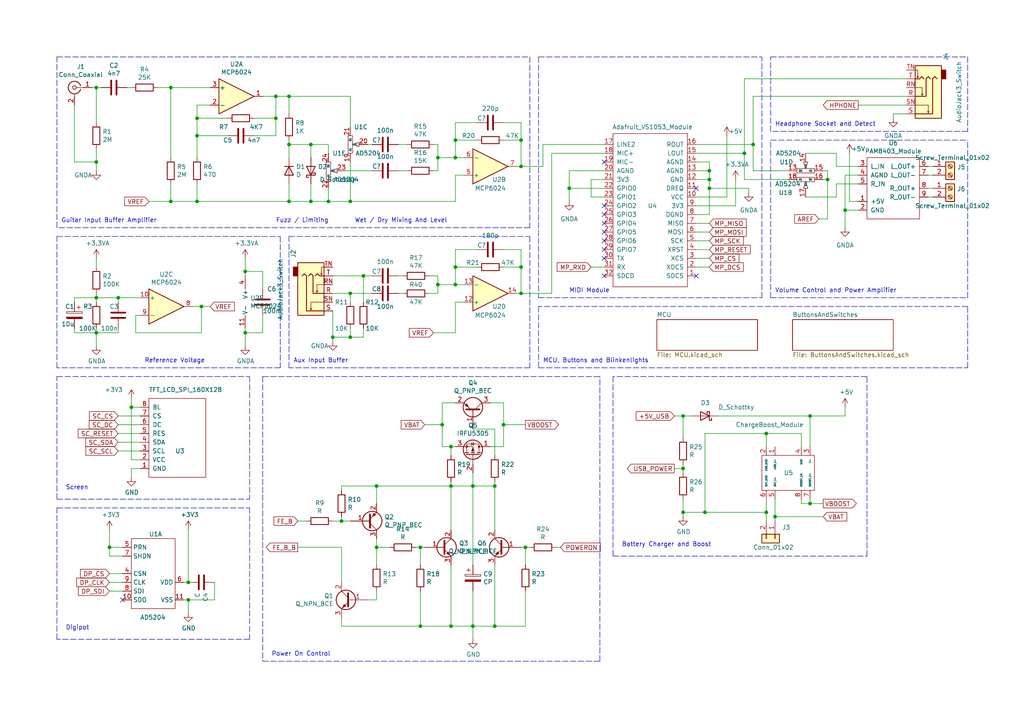
<source format=kicad_sch>
(kicad_sch (version 20211123) (generator eeschema)
  (paper "A4")
  (lib_symbols
    (symbol "BassedMateV1-rescue:+3.3VA-power" (power) (pin_names (offset 0))
      (property "Value" "+3.3VA-power" (at 0 3.556 0))
      (symbol "+3.3VA-power_1_1"
        (pin power_in line (at 0 0 90) (length 0) hide (name "+3.3VA") (number "1"))
      )
    )
    (symbol "BassedMateV1-rescue:+3V3-power" (power) (pin_names (offset 0))
      (property "Value" "+3V3-power" (at 0 3.556 0))
      (symbol "+3V3-power_1_1"
        (pin power_in line (at 0 0 90) (length 0) hide (name "+3V3") (number "1"))
      )
    )
    (symbol "BassedMateV1-rescue:+5V-power" (power) (pin_names (offset 0))
      (property "Value" "+5V-power" (at 0 3.556 0))
      (symbol "+5V-power_1_1"
        (pin power_in line (at 0 0 90) (length 0) hide (name "+5V") (number "1"))
      )
    )
    (symbol "BassedMateV1-rescue:AudioJack3_Switch-Connector"
      (property "Reference" "J" (at 0 11.43 0))
      (property "Value" "AudioJack3_Switch-Connector" (at 0 8.89 0))
      (symbol "AudioJack3_Switch-Connector_1_1"
        (pin passive line (at 5.08 0 180) (length 2.54) (name "~") (number "R"))
        (pin passive line (at 5.08 -2.54 180) (length 2.54) (name "~") (number "RN"))
        (pin passive line (at 5.08 5.08 180) (length 2.54) (name "~") (number "S"))
        (pin passive line (at 5.08 2.54 180) (length 2.54) (name "~") (number "SN"))
        (pin passive line (at 5.08 -5.08 180) (length 2.54) (name "~") (number "T"))
        (pin passive line (at 5.08 -7.62 180) (length 2.54) (name "~") (number "TN"))
      )
    )
    (symbol "BassedMateV1-rescue:C-Device" (pin_numbers hide) (pin_names (offset 0.254))
      (property "Reference" "C" (at 0.635 2.54 0))
      (property "Value" "C-Device" (at 0.635 -2.54 0))
      (symbol "C-Device_1_1"
        (pin passive line (at 0 3.81 270) (length 2.794) (name "~") (number "1"))
        (pin passive line (at 0 -3.81 90) (length 2.794) (name "~") (number "2"))
      )
    )
    (symbol "BassedMateV1-rescue:CP-Device" (pin_numbers hide) (pin_names (offset 0.254))
      (property "Reference" "C" (at 0.635 2.54 0))
      (property "Value" "CP-Device" (at 0.635 -2.54 0))
      (symbol "CP-Device_1_1"
        (pin passive line (at 0 3.81 270) (length 2.794) (name "~") (number "1"))
        (pin passive line (at 0 -3.81 90) (length 2.794) (name "~") (number "2"))
      )
    )
    (symbol "BassedMateV1-rescue:Conn_Coaxial-Connector" (pin_names (offset 1.016) hide)
      (property "Reference" "J" (at 0.254 3.048 0))
      (property "Value" "Conn_Coaxial-Connector" (at 2.921 0 90))
      (symbol "Conn_Coaxial-Connector_1_1"
        (pin passive line (at -5.08 0 0) (length 2.54) (name "In") (number "1"))
        (pin passive line (at 0 -5.08 90) (length 2.54) (name "Ext") (number "2"))
      )
    )
    (symbol "BassedMateV1-rescue:GND-power" (power) (pin_names (offset 0))
      (property "Value" "GND-power" (at 0 -3.81 0))
      (symbol "GND-power_1_1"
        (pin power_in line (at 0 0 270) (length 0) hide (name "GND") (number "1"))
      )
    )
    (symbol "BassedMateV1-rescue:GNDA-power" (power) (pin_names (offset 0))
      (property "Value" "GNDA-power" (at 0 -3.81 0))
      (symbol "GNDA-power_1_1"
        (pin power_in line (at 0 0 270) (length 0) hide (name "GNDA") (number "1"))
      )
    )
    (symbol "BassedMateV1-rescue:R-Device" (pin_numbers hide) (pin_names (offset 0))
      (property "Reference" "R" (at 2.032 0 90))
      (property "Value" "R-Device" (at 0 0 90))
      (symbol "R-Device_1_1"
        (pin passive line (at 0 3.81 270) (length 1.27) (name "~") (number "1"))
        (pin passive line (at 0 -3.81 90) (length 1.27) (name "~") (number "2"))
      )
    )
    (symbol "BassedMateV1-rescue:Screw_Terminal_01x02-Connector" (pin_names (offset 1.016) hide)
      (property "Reference" "J" (at 0 2.54 0))
      (property "Value" "Screw_Terminal_01x02-Connector" (at 0 -5.08 0))
      (symbol "Screw_Terminal_01x02-Connector_1_1"
        (pin passive line (at -5.08 0 0) (length 3.81) (name "Pin_1") (number "1"))
        (pin passive line (at -5.08 -2.54 0) (length 3.81) (name "Pin_2") (number "2"))
      )
    )
    (symbol "Connector_Generic:Conn_01x02" (pin_names (offset 1.016) hide)
      (property "Reference" "J" (at 0 2.54 0))
      (property "Value" "Conn_01x02" (at 0 -5.08 0))
      (symbol "Conn_01x02_1_1"
        (pin passive line (at -5.08 0 0) (length 3.81) (name "Pin_1") (number "1"))
        (pin passive line (at -5.08 -2.54 0) (length 3.81) (name "Pin_2") (number "2"))
      )
    )
    (symbol "Device:CP" (pin_numbers hide) (pin_names (offset 0.254))
      (property "Reference" "C" (at 0.635 2.54 0))
      (property "Value" "Device_CP" (at 0.635 -2.54 0))
      (symbol "CP_1_1"
        (pin passive line (at 0 3.81 270) (length 2.794) (name "~") (number "1"))
        (pin passive line (at 0 -3.81 90) (length 2.794) (name "~") (number "2"))
      )
    )
    (symbol "Device:D" (pin_numbers hide) (pin_names (offset 1.016) hide)
      (property "Reference" "D" (at 0 2.54 0))
      (property "Value" "D" (at 0 -2.54 0))
      (symbol "D_1_1"
        (pin passive line (at -3.81 0 0) (length 2.54) (name "K") (number "1"))
        (pin passive line (at 3.81 0 180) (length 2.54) (name "A") (number "2"))
      )
    )
    (symbol "Device:D_Schottky" (pin_numbers hide) (pin_names (offset 1.016) hide)
      (property "Reference" "D" (at 0 2.54 0))
      (property "Value" "D_Schottky" (at 0 -2.54 0))
      (symbol "D_Schottky_1_1"
        (pin passive line (at -3.81 0 0) (length 2.54) (name "K") (number "1"))
        (pin passive line (at 3.81 0 180) (length 2.54) (name "A") (number "2"))
      )
    )
    (symbol "Device:Q_NPN_BCE" (pin_names (offset 0) hide)
      (property "Reference" "Q" (at 5.08 1.27 0))
      (property "Value" "Q_NPN_BCE" (at 5.08 -1.27 0))
      (symbol "Q_NPN_BCE_1_1"
        (pin input line (at -5.08 0 0) (length 5.715) (name "B") (number "1"))
        (pin passive line (at 2.54 5.08 270) (length 2.54) (name "C") (number "2"))
        (pin passive line (at 2.54 -5.08 90) (length 2.54) (name "E") (number "3"))
      )
    )
    (symbol "Device:Q_PMOS_DGS" (pin_names (offset 0) hide)
      (property "Reference" "Q" (at 5.08 1.27 0))
      (property "Value" "Q_PMOS_DGS" (at 5.08 -1.27 0))
      (symbol "Q_PMOS_DGS_1_1"
        (pin passive line (at 2.54 5.08 270) (length 2.54) (name "D") (number "1"))
        (pin input line (at -5.08 0 0) (length 2.54) (name "G") (number "2"))
        (pin passive line (at 2.54 -5.08 90) (length 2.54) (name "S") (number "3"))
      )
    )
    (symbol "Device:Q_PNP_BEC" (pin_names (offset 0) hide)
      (property "Reference" "Q" (at 5.08 1.27 0))
      (property "Value" "Q_PNP_BEC" (at 5.08 -1.27 0))
      (symbol "Q_PNP_BEC_1_1"
        (pin input line (at -5.08 0 0) (length 5.715) (name "B") (number "1"))
        (pin passive line (at 2.54 -5.08 90) (length 2.54) (name "E") (number "2"))
        (pin passive line (at 2.54 5.08 270) (length 2.54) (name "C") (number "3"))
      )
    )
    (symbol "Device:R" (pin_numbers hide) (pin_names (offset 0))
      (property "Reference" "R" (at 2.032 0 90))
      (property "Value" "R" (at 0 0 90))
      (symbol "R_1_1"
        (pin passive line (at 0 3.81 270) (length 1.27) (name "~") (number "1"))
        (pin passive line (at 0 -3.81 90) (length 1.27) (name "~") (number "2"))
      )
    )
    (symbol "UKMaker:AD5204"
      (property "Reference" "U" (at 3.81 0 0))
      (property "Value" "AD5204" (at 1.905 0 90))
      (symbol "AD5204_1_1"
        (pin output line (at -8.89 -7.62 0) (length 2.54) (name "SDO") (number "10"))
        (pin power_in line (at 8.89 -7.62 180) (length 2.54) (name "VSS") (number "11"))
        (pin input line (at -8.89 0 0) (length 2.54) (name "CSN") (number "4"))
        (pin input line (at -8.89 7.62 0) (length 2.54) (name "PRN") (number "5"))
        (pin power_in line (at 8.89 -2.54 180) (length 2.54) (name "VDD") (number "6"))
        (pin input line (at -8.89 5.08 0) (length 2.54) (name "SHDN") (number "7"))
        (pin input line (at -8.89 -5.08 0) (length 2.54) (name "SDI") (number "8"))
        (pin input line (at -8.89 -2.54 0) (length 2.54) (name "CLK") (number "9"))
      )
      (symbol "AD5204_2_1"
        (pin passive line (at 0 -5.08 90) (length 2.54) (name "B1") (number "16"))
        (pin passive line (at -5.08 0 0) (length 2.54) (name "W1") (number "17"))
        (pin passive line (at 0 5.08 270) (length 2.54) (name "A1") (number "18"))
      )
      (symbol "AD5204_3_1"
        (pin passive line (at 0 5.08 270) (length 2.54) (name "A1") (number "19"))
        (pin passive line (at -5.08 0 0) (length 2.54) (name "W1") (number "20"))
        (pin passive line (at 0 -5.08 90) (length 2.54) (name "B1") (number "21"))
      )
      (symbol "AD5204_4_1"
        (pin passive line (at 0 -5.08 90) (length 2.54) (name "B1") (number "13"))
        (pin passive line (at -5.08 0 0) (length 2.54) (name "W1") (number "14"))
        (pin passive line (at 0 5.08 270) (length 2.54) (name "A1") (number "15"))
      )
      (symbol "AD5204_5_1"
        (pin passive line (at 0 5.08 270) (length 2.54) (name "A1") (number "22"))
        (pin passive line (at -5.08 0 0) (length 2.54) (name "W1") (number "23"))
        (pin passive line (at 0 -5.08 90) (length 2.54) (name "B1") (number "24"))
      )
    )
    (symbol "UKMaker:Adafruit_VS1053_Module" (pin_names (offset 1.016))
      (property "Reference" "U" (at -0.635 0 0))
      (property "Value" "Adafruit_VS1053_Module" (at 0 24.13 0))
      (symbol "Adafruit_VS1053_Module_1_1"
        (pin input line (at 12.7 -19.05 180) (length 2.54) (name "SDCS") (number "1"))
        (pin power_in line (at 12.7 3.81 180) (length 2.54) (name "VCC") (number "10"))
        (pin output line (at 12.7 6.35 180) (length 2.54) (name "DREQ") (number "11"))
        (pin power_in line (at 12.7 8.89 180) (length 2.54) (name "GND") (number "12"))
        (pin power_in line (at 12.7 11.43 180) (length 2.54) (name "AGND") (number "13"))
        (pin power_in line (at 12.7 13.97 180) (length 2.54) (name "AGND") (number "14"))
        (pin output line (at 12.7 16.51 180) (length 2.54) (name "LOUT") (number "15"))
        (pin output line (at 12.7 19.05 180) (length 2.54) (name "ROUT") (number "16"))
        (pin input line (at -13.97 19.05 0) (length 2.54) (name "LINE2") (number "17"))
        (pin input line (at -13.97 16.51 0) (length 2.54) (name "MIC+") (number "18"))
        (pin input line (at -13.97 13.97 0) (length 2.54) (name "MIC-") (number "19"))
        (pin input line (at 12.7 -16.51 180) (length 2.54) (name "XDCS") (number "2"))
        (pin power_in line (at -13.97 11.43 0) (length 2.54) (name "AGND") (number "20"))
        (pin power_out line (at -13.97 8.89 0) (length 2.54) (name "3V3") (number "21"))
        (pin bidirectional line (at -13.97 6.35 0) (length 2.54) (name "GPIO0") (number "22"))
        (pin bidirectional line (at -13.97 3.81 0) (length 2.54) (name "GPIO1") (number "23"))
        (pin bidirectional line (at -13.97 1.27 0) (length 2.54) (name "GPIO2") (number "24"))
        (pin bidirectional line (at -13.97 -1.27 0) (length 2.54) (name "GPIO3") (number "25"))
        (pin bidirectional line (at -13.97 -3.81 0) (length 2.54) (name "GPIO4") (number "26"))
        (pin bidirectional line (at -13.97 -6.35 0) (length 2.54) (name "GPIO5") (number "27"))
        (pin bidirectional line (at -13.97 -8.89 0) (length 2.54) (name "GPIO6") (number "28"))
        (pin bidirectional line (at -13.97 -11.43 0) (length 2.54) (name "GPIO7") (number "29"))
        (pin input line (at 12.7 -13.97 180) (length 2.54) (name "XCS") (number "3"))
        (pin output line (at -13.97 -13.97 0) (length 2.54) (name "TX") (number "30"))
        (pin input line (at -13.97 -16.51 0) (length 2.54) (name "RX") (number "31"))
        (pin input line (at -13.97 -19.05 0) (length 2.54) (name "SDCD") (number "32"))
        (pin input line (at 12.7 -11.43 180) (length 2.54) (name "XRST") (number "4"))
        (pin input line (at 12.7 -8.89 180) (length 2.54) (name "SCK") (number "5"))
        (pin input line (at 12.7 -6.35 180) (length 2.54) (name "MOSI") (number "6"))
        (pin output line (at 12.7 -3.81 180) (length 2.54) (name "MISO") (number "7"))
        (pin power_in line (at 12.7 -1.27 180) (length 2.54) (name "DGND") (number "8"))
        (pin power_in line (at 12.7 1.27 180) (length 2.54) (name "3V3") (number "9"))
      )
    )
    (symbol "UKMaker:ChargeBoost_Module" (pin_names (offset 1.016))
      (property "Reference" "U" (at 0 1.905 0))
      (property "Value" "ChargeBoost_Module" (at 5.715 -1.905 0))
      (symbol "ChargeBoost_Module_1_1"
        (pin power_in line (at -3.81 7.62 270) (length 2.54) (name "USB_V+") (number "1"))
        (pin power_in line (at -6.35 7.62 270) (length 2.54) (name "USB_GND") (number "2"))
        (pin power_in line (at 6.35 7.62 270) (length 2.54) (name "V+") (number "3"))
        (pin power_in line (at 3.81 7.62 270) (length 2.54) (name "GND") (number "4"))
        (pin power_in line (at -3.81 -7.62 90) (length 2.54) (name "BAT_V+") (number "5"))
        (pin output line (at -6.35 -7.62 90) (length 2.54) (name "BAT_GND") (number "6"))
        (pin input line (at 6.35 -7.62 90) (length 2.54) (name "BOOST_V+") (number "7"))
        (pin input line (at 3.81 -7.62 90) (length 2.54) (name "BOOST_EN") (number "8"))
      )
    )
    (symbol "UKMaker:MCP6024" (pin_names (offset 0.127))
      (property "Reference" "U" (at 0 5.08 0))
      (property "Value" "MCP6024" (at 0 -5.08 0))
      (symbol "MCP6024_1_1"
        (pin output line (at 7.62 0 180) (length 2.54) (name "~") (number "1"))
        (pin input line (at -7.62 -2.54 0) (length 2.54) (name "-") (number "2"))
        (pin input line (at -7.62 2.54 0) (length 2.54) (name "+") (number "3"))
      )
      (symbol "MCP6024_2_1"
        (pin input line (at -7.62 2.54 0) (length 2.54) (name "+") (number "5"))
        (pin input line (at -7.62 -2.54 0) (length 2.54) (name "-") (number "6"))
        (pin output line (at 7.62 0 180) (length 2.54) (name "~") (number "7"))
      )
      (symbol "MCP6024_3_1"
        (pin input line (at -7.62 2.54 0) (length 2.54) (name "+") (number "10"))
        (pin output line (at 7.62 0 180) (length 2.54) (name "~") (number "8"))
        (pin input line (at -7.62 -2.54 0) (length 2.54) (name "-") (number "9"))
      )
      (symbol "MCP6024_4_1"
        (pin input line (at -7.62 2.54 0) (length 2.54) (name "+") (number "12"))
        (pin input line (at -7.62 -2.54 0) (length 2.54) (name "-") (number "13"))
        (pin output line (at 7.62 0 180) (length 2.54) (name "~") (number "14"))
      )
      (symbol "MCP6024_5_1"
        (pin power_in line (at -2.54 -7.62 90) (length 3.81) (name "V-") (number "11"))
        (pin power_in line (at -2.54 7.62 270) (length 3.81) (name "V+") (number "4"))
      )
    )
    (symbol "UKMaker:PAM8403_Module" (pin_names (offset 1.016))
      (property "Reference" "U" (at 0 12.7 0))
      (property "Value" "PAM8403_Module" (at 0 10.16 0))
      (symbol "PAM8403_Module_1_1"
        (pin power_in line (at -10.16 -3.81 0) (length 2.54) (name "+5V") (number "1"))
        (pin power_in line (at -10.16 -6.35 0) (length 2.54) (name "GND") (number "2"))
        (pin input line (at -10.16 6.35 0) (length 2.54) (name "L_IN") (number "3"))
        (pin input line (at -10.16 3.81 0) (length 2.54) (name "AGND") (number "4"))
        (pin input line (at -10.16 1.27 0) (length 2.54) (name "R_IN") (number "5"))
        (pin output line (at 10.16 6.35 180) (length 2.54) (name "L_OUT+") (number "6"))
        (pin output line (at 10.16 3.81 180) (length 2.54) (name "L_OUT-") (number "7"))
        (pin output line (at 10.16 0 180) (length 2.54) (name "R_OUT+") (number "8"))
        (pin output line (at 10.16 -2.54 180) (length 2.54) (name "R_OUT-") (number "9"))
      )
    )
    (symbol "UKMaker:TFT_LCD_SPI_160X128" (pin_names (offset 1.016))
      (property "Reference" "U" (at 0 0 0))
      (property "Value" "TFT_LCD_SPI_160X128" (at 0.635 12.7 0))
      (symbol "TFT_LCD_SPI_160X128_1_1"
        (pin power_in line (at -11.43 -8.89 0) (length 2.54) (name "GND") (number "1"))
        (pin power_in line (at -11.43 -6.35 0) (length 2.54) (name "VCC") (number "2"))
        (pin input line (at -11.43 -3.81 0) (length 2.54) (name "SCL") (number "3"))
        (pin input line (at -11.43 -1.27 0) (length 2.54) (name "SDA") (number "4"))
        (pin input line (at -11.43 1.27 0) (length 2.54) (name "RES") (number "5"))
        (pin input line (at -11.43 3.81 0) (length 2.54) (name "DC") (number "6"))
        (pin input line (at -11.43 6.35 0) (length 2.54) (name "CS") (number "7"))
        (pin input line (at -11.43 8.89 0) (length 2.54) (name "BL") (number "8"))
      )
    )
    (symbol "power:+3.3VA" (power) (pin_names (offset 0))
      (property "Value" "+3.3VA" (at 0 3.556 0))
      (symbol "+3.3VA_1_1"
        (pin power_in line (at 0 0 90) (length 0) hide (name "+3.3VA") (number "1"))
      )
    )
    (symbol "power:+5V" (power) (pin_names (offset 0))
      (property "Value" "+5V" (at 0 3.556 0))
      (symbol "+5V_1_1"
        (pin power_in line (at 0 0 90) (length 0) hide (name "+5V") (number "1"))
      )
    )
  )
  (junction (at 99.06 151.13))
  (junction (at 132.08 40.64))
  (junction (at 38.1 118.11))
  (junction (at 80.01 27.94))
  (junction (at 143.51 181.61))
  (junction (at 205.74 52.07))
  (junction (at 90.17 41.91))
  (junction (at 57.15 39.37))
  (junction (at 234.95 120.65))
  (junction (at 205.74 49.53))
  (junction (at 54.61 168.91))
  (junction (at 27.94 96.52))
  (junction (at 132.08 77.47))
  (junction (at 137.16 181.61))
  (junction (at 121.92 158.75))
  (junction (at 132.08 45.72))
  (junction (at 222.25 125.73))
  (junction (at 128.27 123.19))
  (junction (at 165.1 54.61))
  (junction (at 132.08 82.55))
  (junction (at 130.81 181.61))
  (junction (at 109.22 158.75))
  (junction (at 137.16 140.97))
  (junction (at 90.17 58.42))
  (junction (at 83.82 27.94))
  (junction (at 130.81 140.97))
  (junction (at 27.94 46.99))
  (junction (at 151.13 77.47))
  (junction (at 57.15 34.29))
  (junction (at 151.13 40.64))
  (junction (at 146.05 123.19))
  (junction (at 245.11 60.96))
  (junction (at 57.15 58.42))
  (junction (at 49.53 58.42))
  (junction (at 127 45.72))
  (junction (at 151.13 48.26))
  (junction (at 83.82 58.42))
  (junction (at 130.81 129.54))
  (junction (at 109.22 140.97))
  (junction (at 101.6 85.09))
  (junction (at 34.29 86.36))
  (junction (at 198.12 135.89))
  (junction (at 215.9 44.45))
  (junction (at 31.75 158.75))
  (junction (at 83.82 41.91))
  (junction (at 27.94 86.36))
  (junction (at 152.4 158.75))
  (junction (at 58.42 88.9))
  (junction (at 234.95 146.05))
  (junction (at 198.12 120.65))
  (junction (at 101.6 58.42))
  (junction (at 224.79 149.86))
  (junction (at 121.92 181.61))
  (junction (at 80.01 34.29))
  (junction (at 71.12 96.52))
  (junction (at 96.52 97.79))
  (junction (at 54.61 173.99))
  (junction (at 205.74 54.61))
  (junction (at 198.12 148.59))
  (junction (at 71.12 78.74))
  (junction (at 151.13 85.09))
  (junction (at 101.6 97.79))
  (junction (at 49.53 25.4))
  (junction (at 143.51 140.97))
  (junction (at 27.94 25.4))
  (junction (at 204.47 148.59))
  (junction (at 105.41 80.01))
  (junction (at 127 82.55))
  (junction (at 218.44 41.91))
  (junction (at 222.25 148.59))
  (junction (at 240.03 52.07))
  (junction (at 95.25 58.42))
  (no_connect (at 201.93 80.01))
  (no_connect (at 175.26 62.23))
  (no_connect (at 175.26 69.85))
  (no_connect (at 201.93 54.61))
  (no_connect (at 175.26 72.39))
  (no_connect (at 175.26 46.99))
  (no_connect (at 35.56 173.99))
  (no_connect (at 175.26 64.77))
  (no_connect (at 175.26 59.69))
  (no_connect (at 175.26 74.93))
  (no_connect (at 175.26 67.31))
  (no_connect (at 175.26 80.01))
  (wire (pts (xy 201.93 69.85) (xy 205.74 69.85)))
  (polyline (pts (xy 76.2 109.22) (xy 76.2 191.77)))
  (wire (pts (xy 157.48 41.91) (xy 175.26 41.91)))
  (wire (pts (xy 38.1 118.11) (xy 40.64 118.11)))
  (wire (pts (xy 105.41 97.79) (xy 105.41 95.25)))
  (wire (pts (xy 143.51 139.7) (xy 143.51 140.97)))
  (wire (pts (xy 130.81 181.61) (xy 137.16 181.61)))
  (wire (pts (xy 242.57 53.34) (xy 248.92 53.34)))
  (wire (pts (xy 157.48 48.26) (xy 157.48 41.91)))
  (wire (pts (xy 71.12 95.25) (xy 71.12 96.52)))
  (wire (pts (xy 240.03 49.53) (xy 240.03 52.07)))
  (wire (pts (xy 121.92 163.83) (xy 121.92 158.75)))
  (polyline (pts (xy 83.82 68.58) (xy 153.67 68.58)))
  (wire (pts (xy 27.94 35.56) (xy 27.94 25.4)))
  (wire (pts (xy 210.82 57.15) (xy 210.82 39.37)))
  (wire (pts (xy 143.51 163.83) (xy 143.51 181.61)))
  (wire (pts (xy 99.06 181.61) (xy 99.06 179.07)))
  (wire (pts (xy 143.51 181.61) (xy 137.16 181.61)))
  (wire (pts (xy 124.46 80.01) (xy 127 80.01)))
  (wire (pts (xy 127 82.55) (xy 127 85.09)))
  (wire (pts (xy 205.74 49.53) (xy 205.74 46.99)))
  (wire (pts (xy 27.94 86.36) (xy 27.94 87.63)))
  (wire (pts (xy 21.59 86.36) (xy 27.94 86.36)))
  (wire (pts (xy 95.25 54.61) (xy 95.25 58.42)))
  (wire (pts (xy 90.17 53.34) (xy 90.17 58.42)))
  (polyline (pts (xy 173.99 191.77) (xy 173.99 109.22)))
  (wire (pts (xy 152.4 171.45) (xy 152.4 181.61)))
  (wire (pts (xy 109.22 140.97) (xy 130.81 140.97)))
  (wire (pts (xy 217.17 54.61) (xy 205.74 54.61)))
  (wire (pts (xy 109.22 158.75) (xy 109.22 156.21)))
  (wire (pts (xy 21.59 87.63) (xy 21.59 86.36)))
  (wire (pts (xy 238.76 149.86) (xy 224.79 149.86)))
  (wire (pts (xy 130.81 132.08) (xy 130.81 129.54)))
  (wire (pts (xy 146.05 123.19) (xy 146.05 129.54)))
  (wire (pts (xy 40.64 133.35) (xy 38.1 133.35)))
  (wire (pts (xy 130.81 140.97) (xy 130.81 153.67)))
  (wire (pts (xy 245.11 60.96) (xy 245.11 50.8)))
  (wire (pts (xy 242.57 48.26) (xy 248.92 48.26)))
  (wire (pts (xy 269.24 48.26) (xy 270.51 48.26)))
  (wire (pts (xy 105.41 80.01) (xy 105.41 87.63)))
  (wire (pts (xy 132.08 87.63) (xy 134.62 87.63)))
  (wire (pts (xy 106.68 41.91) (xy 107.95 41.91)))
  (wire (pts (xy 125.73 49.53) (xy 127 49.53)))
  (wire (pts (xy 40.64 91.44) (xy 39.37 91.44)))
  (polyline (pts (xy 280.67 38.1) (xy 223.52 38.1)))
  (wire (pts (xy 160.02 85.09) (xy 160.02 44.45)))
  (polyline (pts (xy 153.67 68.58) (xy 153.67 106.68)))
  (wire (pts (xy 143.51 140.97) (xy 143.51 153.67)))
  (wire (pts (xy 175.26 49.53) (xy 165.1 49.53)))
  (wire (pts (xy 27.94 46.99) (xy 21.59 46.99)))
  (polyline (pts (xy 153.67 66.04) (xy 16.51 66.04)))
  (polyline (pts (xy 280.67 88.9) (xy 156.21 88.9)))
  (wire (pts (xy 215.9 44.45) (xy 201.93 44.45)))
  (wire (pts (xy 130.81 129.54) (xy 132.08 129.54)))
  (wire (pts (xy 99.06 168.91) (xy 99.06 158.75)))
  (polyline (pts (xy 156.21 16.51) (xy 156.21 86.36)))
  (wire (pts (xy 109.22 173.99) (xy 109.22 171.45)))
  (wire (pts (xy 201.93 52.07) (xy 205.74 52.07)))
  (wire (pts (xy 109.22 163.83) (xy 109.22 158.75)))
  (wire (pts (xy 40.64 128.27) (xy 34.29 128.27)))
  (wire (pts (xy 127 80.01) (xy 127 82.55)))
  (polyline (pts (xy 223.52 86.36) (xy 223.52 40.64)))
  (wire (pts (xy 115.57 80.01) (xy 116.84 80.01)))
  (wire (pts (xy 127 41.91) (xy 127 45.72)))
  (wire (pts (xy 132.08 72.39) (xy 132.08 77.47)))
  (wire (pts (xy 130.81 163.83) (xy 130.81 181.61)))
  (wire (pts (xy 175.26 54.61) (xy 165.1 54.61)))
  (wire (pts (xy 165.1 49.53) (xy 165.1 54.61)))
  (wire (pts (xy 120.65 158.75) (xy 121.92 158.75)))
  (wire (pts (xy 222.25 125.73) (xy 232.41 125.73)))
  (wire (pts (xy 101.6 27.94) (xy 101.6 36.83)))
  (wire (pts (xy 132.08 82.55) (xy 132.08 77.47)))
  (wire (pts (xy 96.52 90.17) (xy 96.52 97.79)))
  (polyline (pts (xy 280.67 106.68) (xy 280.67 88.9)))
  (wire (pts (xy 101.6 95.25) (xy 101.6 97.79)))
  (wire (pts (xy 204.47 125.73) (xy 204.47 148.59)))
  (wire (pts (xy 222.25 125.73) (xy 204.47 125.73)))
  (polyline (pts (xy 153.67 106.68) (xy 83.82 106.68)))
  (wire (pts (xy 53.34 168.91) (xy 54.61 168.91)))
  (wire (pts (xy 201.93 59.69) (xy 213.36 59.69)))
  (wire (pts (xy 218.44 27.94) (xy 262.89 27.94)))
  (wire (pts (xy 34.29 87.63) (xy 34.29 86.36)))
  (wire (pts (xy 27.94 74.93) (xy 27.94 77.47)))
  (wire (pts (xy 151.13 40.64) (xy 151.13 48.26)))
  (wire (pts (xy 152.4 158.75) (xy 153.67 158.75)))
  (wire (pts (xy 151.13 48.26) (xy 149.86 48.26)))
  (wire (pts (xy 198.12 144.78) (xy 198.12 148.59)))
  (wire (pts (xy 76.2 91.44) (xy 76.2 96.52)))
  (wire (pts (xy 151.13 85.09) (xy 149.86 85.09)))
  (wire (pts (xy 96.52 97.79) (xy 96.52 99.06)))
  (wire (pts (xy 238.76 146.05) (xy 234.95 146.05)))
  (wire (pts (xy 130.81 139.7) (xy 130.81 140.97)))
  (wire (pts (xy 205.74 62.23) (xy 205.74 54.61)))
  (wire (pts (xy 58.42 88.9) (xy 60.96 88.9)))
  (wire (pts (xy 171.45 77.47) (xy 175.26 77.47)))
  (wire (pts (xy 101.6 85.09) (xy 101.6 87.63)))
  (polyline (pts (xy 156.21 16.51) (xy 220.98 16.51)))
  (wire (pts (xy 151.13 77.47) (xy 151.13 85.09)))
  (wire (pts (xy 201.93 49.53) (xy 205.74 49.53)))
  (wire (pts (xy 121.92 181.61) (xy 130.81 181.61)))
  (wire (pts (xy 73.66 34.29) (xy 80.01 34.29)))
  (wire (pts (xy 222.25 148.59) (xy 222.25 144.78)))
  (wire (pts (xy 234.95 146.05) (xy 234.95 144.78)))
  (polyline (pts (xy 16.51 147.32) (xy 72.39 147.32)))
  (wire (pts (xy 86.36 151.13) (xy 88.9 151.13)))
  (polyline (pts (xy 16.51 16.51) (xy 153.67 16.51)))
  (polyline (pts (xy 153.67 16.51) (xy 153.67 66.04)))
  (wire (pts (xy 21.59 46.99) (xy 21.59 30.48)))
  (wire (pts (xy 27.94 49.53) (xy 27.94 46.99)))
  (polyline (pts (xy 72.39 147.32) (xy 72.39 185.42)))
  (wire (pts (xy 138.43 72.39) (xy 132.08 72.39)))
  (wire (pts (xy 171.45 57.15) (xy 175.26 57.15)))
  (wire (pts (xy 218.44 41.91) (xy 218.44 27.94)))
  (wire (pts (xy 101.6 151.13) (xy 99.06 151.13)))
  (wire (pts (xy 60.96 30.48) (xy 57.15 30.48)))
  (wire (pts (xy 115.57 49.53) (xy 118.11 49.53)))
  (wire (pts (xy 201.93 67.31) (xy 205.74 67.31)))
  (wire (pts (xy 132.08 116.84) (xy 128.27 116.84)))
  (wire (pts (xy 99.06 151.13) (xy 99.06 149.86)))
  (wire (pts (xy 106.68 173.99) (xy 109.22 173.99)))
  (wire (pts (xy 143.51 181.61) (xy 152.4 181.61)))
  (wire (pts (xy 204.47 148.59) (xy 222.25 148.59)))
  (polyline (pts (xy 16.51 185.42) (xy 16.51 147.32)))
  (wire (pts (xy 90.17 58.42) (xy 95.25 58.42)))
  (polyline (pts (xy 16.51 144.78) (xy 72.39 144.78)))
  (wire (pts (xy 35.56 171.45) (xy 31.75 171.45)))
  (wire (pts (xy 215.9 22.86) (xy 262.89 22.86)))
  (wire (pts (xy 228.6 52.07) (xy 215.9 52.07)))
  (wire (pts (xy 234.95 120.65) (xy 245.11 120.65)))
  (wire (pts (xy 40.64 135.89) (xy 38.1 135.89)))
  (wire (pts (xy 121.92 181.61) (xy 99.06 181.61)))
  (wire (pts (xy 232.41 144.78) (xy 232.41 146.05)))
  (wire (pts (xy 165.1 54.61) (xy 165.1 58.42)))
  (wire (pts (xy 127 82.55) (xy 132.08 82.55)))
  (wire (pts (xy 146.05 40.64) (xy 151.13 40.64)))
  (wire (pts (xy 233.68 57.15) (xy 242.57 57.15)))
  (wire (pts (xy 215.9 44.45) (xy 215.9 22.86)))
  (wire (pts (xy 40.64 123.19) (xy 34.29 123.19)))
  (wire (pts (xy 31.75 161.29) (xy 31.75 158.75)))
  (wire (pts (xy 83.82 40.64) (xy 83.82 41.91)))
  (wire (pts (xy 49.53 58.42) (xy 57.15 58.42)))
  (wire (pts (xy 198.12 120.65) (xy 198.12 127)))
  (wire (pts (xy 71.12 78.74) (xy 71.12 74.93)))
  (wire (pts (xy 151.13 48.26) (xy 157.48 48.26)))
  (wire (pts (xy 35.56 166.37) (xy 31.75 166.37)))
  (wire (pts (xy 76.2 96.52) (xy 71.12 96.52)))
  (wire (pts (xy 248.92 58.42) (xy 246.38 58.42)))
  (wire (pts (xy 218.44 41.91) (xy 201.93 41.91)))
  (wire (pts (xy 27.94 96.52) (xy 34.29 96.52)))
  (wire (pts (xy 218.44 49.53) (xy 218.44 41.91)))
  (wire (pts (xy 43.18 58.42) (xy 49.53 58.42)))
  (wire (pts (xy 132.08 45.72) (xy 127 45.72)))
  (wire (pts (xy 132.08 45.72) (xy 132.08 40.64)))
  (polyline (pts (xy 223.52 38.1) (xy 223.52 16.51)))
  (polyline (pts (xy 156.21 86.36) (xy 220.98 86.36)))
  (wire (pts (xy 96.52 80.01) (xy 105.41 80.01)))
  (wire (pts (xy 125.73 96.52) (xy 132.08 96.52)))
  (wire (pts (xy 201.93 62.23) (xy 205.74 62.23)))
  (wire (pts (xy 76.2 78.74) (xy 71.12 78.74)))
  (wire (pts (xy 198.12 148.59) (xy 198.12 149.86)))
  (wire (pts (xy 115.57 85.09) (xy 116.84 85.09)))
  (wire (pts (xy 208.28 120.65) (xy 234.95 120.65)))
  (wire (pts (xy 45.72 25.4) (xy 49.53 25.4)))
  (wire (pts (xy 213.36 59.69) (xy 213.36 52.07)))
  (polyline (pts (xy 16.51 106.68) (xy 16.51 68.58)))
  (wire (pts (xy 71.12 80.01) (xy 71.12 78.74)))
  (wire (pts (xy 262.89 30.48) (xy 248.92 30.48)))
  (wire (pts (xy 232.41 125.73) (xy 232.41 129.54)))
  (wire (pts (xy 83.82 33.02) (xy 83.82 27.94)))
  (polyline (pts (xy 16.51 66.04) (xy 16.51 16.51)))
  (wire (pts (xy 201.93 57.15) (xy 210.82 57.15)))
  (wire (pts (xy 201.93 77.47) (xy 205.74 77.47)))
  (wire (pts (xy 83.82 58.42) (xy 90.17 58.42)))
  (wire (pts (xy 38.1 135.89) (xy 38.1 138.43)))
  (wire (pts (xy 269.24 50.8) (xy 270.51 50.8)))
  (wire (pts (xy 66.04 34.29) (xy 57.15 34.29)))
  (wire (pts (xy 35.56 168.91) (xy 31.75 168.91)))
  (wire (pts (xy 34.29 120.65) (xy 40.64 120.65)))
  (wire (pts (xy 96.52 85.09) (xy 101.6 85.09)))
  (wire (pts (xy 198.12 135.89) (xy 198.12 137.16)))
  (wire (pts (xy 130.81 140.97) (xy 137.16 140.97)))
  (wire (pts (xy 73.66 39.37) (xy 80.01 39.37)))
  (wire (pts (xy 80.01 34.29) (xy 80.01 27.94)))
  (wire (pts (xy 99.06 142.24) (xy 99.06 140.97)))
  (wire (pts (xy 151.13 35.56) (xy 151.13 40.64)))
  (wire (pts (xy 127 49.53) (xy 127 45.72)))
  (wire (pts (xy 101.6 58.42) (xy 132.08 58.42)))
  (wire (pts (xy 245.11 50.8) (xy 248.92 50.8)))
  (wire (pts (xy 39.37 96.52) (xy 58.42 96.52)))
  (wire (pts (xy 201.93 74.93) (xy 205.74 74.93)))
  (wire (pts (xy 49.53 25.4) (xy 49.53 45.72)))
  (wire (pts (xy 83.82 53.34) (xy 83.82 58.42)))
  (wire (pts (xy 137.16 181.61) (xy 137.16 171.45)))
  (wire (pts (xy 161.29 158.75) (xy 162.56 158.75)))
  (wire (pts (xy 198.12 134.62) (xy 198.12 135.89)))
  (polyline (pts (xy 83.82 106.68) (xy 83.82 68.58)))
  (wire (pts (xy 27.94 86.36) (xy 34.29 86.36)))
  (wire (pts (xy 49.53 25.4) (xy 60.96 25.4)))
  (wire (pts (xy 205.74 52.07) (xy 205.74 49.53)))
  (wire (pts (xy 171.45 52.07) (xy 171.45 57.15)))
  (wire (pts (xy 90.17 41.91) (xy 95.25 41.91)))
  (wire (pts (xy 27.94 96.52) (xy 27.94 100.33)))
  (wire (pts (xy 137.16 140.97) (xy 137.16 137.16)))
  (wire (pts (xy 142.24 129.54) (xy 146.05 129.54)))
  (polyline (pts (xy 223.52 16.51) (xy 280.67 16.51)))
  (wire (pts (xy 101.6 85.09) (xy 107.95 85.09)))
  (wire (pts (xy 137.16 140.97) (xy 137.16 163.83)))
  (wire (pts (xy 38.1 115.57) (xy 38.1 118.11)))
  (wire (pts (xy 269.24 57.15) (xy 270.51 57.15)))
  (wire (pts (xy 101.6 46.99) (xy 101.6 58.42)))
  (wire (pts (xy 109.22 140.97) (xy 109.22 146.05)))
  (polyline (pts (xy 280.67 16.51) (xy 280.67 38.1)))
  (polyline (pts (xy 16.51 144.78) (xy 16.51 109.22)))
  (wire (pts (xy 83.82 27.94) (xy 101.6 27.94)))
  (wire (pts (xy 71.12 96.52) (xy 71.12 100.33)))
  (wire (pts (xy 27.94 25.4) (xy 29.21 25.4)))
  (wire (pts (xy 127 85.09) (xy 124.46 85.09)))
  (wire (pts (xy 54.61 153.67) (xy 54.61 168.91)))
  (wire (pts (xy 57.15 34.29) (xy 57.15 39.37)))
  (wire (pts (xy 232.41 146.05) (xy 234.95 146.05)))
  (wire (pts (xy 233.68 44.45) (xy 242.57 44.45)))
  (wire (pts (xy 31.75 158.75) (xy 31.75 153.67)))
  (wire (pts (xy 245.11 66.04) (xy 245.11 60.96)))
  (wire (pts (xy 146.05 116.84) (xy 146.05 123.19)))
  (wire (pts (xy 146.05 77.47) (xy 151.13 77.47)))
  (wire (pts (xy 128.27 123.19) (xy 128.27 129.54)))
  (polyline (pts (xy 76.2 109.22) (xy 173.99 109.22)))
  (wire (pts (xy 80.01 27.94) (xy 83.82 27.94)))
  (wire (pts (xy 34.29 86.36) (xy 40.64 86.36)))
  (wire (pts (xy 99.06 158.75) (xy 86.36 158.75)))
  (polyline (pts (xy 76.2 191.77) (xy 173.99 191.77)))
  (wire (pts (xy 134.62 45.72) (xy 132.08 45.72)))
  (wire (pts (xy 246.38 58.42) (xy 246.38 44.45)))
  (wire (pts (xy 151.13 85.09) (xy 160.02 85.09)))
  (wire (pts (xy 201.93 72.39) (xy 205.74 72.39)))
  (wire (pts (xy 269.24 54.61) (xy 270.51 54.61)))
  (wire (pts (xy 242.57 44.45) (xy 242.57 48.26)))
  (wire (pts (xy 38.1 133.35) (xy 38.1 118.11)))
  (wire (pts (xy 142.24 116.84) (xy 146.05 116.84)))
  (polyline (pts (xy 223.52 86.36) (xy 280.67 86.36)))
  (wire (pts (xy 198.12 120.65) (xy 200.66 120.65)))
  (polyline (pts (xy 81.28 68.58) (xy 81.28 106.68)))
  (wire (pts (xy 100.33 49.53) (xy 107.95 49.53)))
  (wire (pts (xy 132.08 35.56) (xy 138.43 35.56)))
  (wire (pts (xy 53.34 173.99) (xy 54.61 173.99)))
  (wire (pts (xy 146.05 72.39) (xy 151.13 72.39)))
  (wire (pts (xy 245.11 120.65) (xy 245.11 118.11)))
  (wire (pts (xy 54.61 173.99) (xy 54.61 177.8)))
  (polyline (pts (xy 223.52 40.64) (xy 280.67 40.64)))
  (wire (pts (xy 224.79 149.86) (xy 224.79 144.78)))
  (wire (pts (xy 195.58 135.89) (xy 198.12 135.89)))
  (wire (pts (xy 146.05 35.56) (xy 151.13 35.56)))
  (wire (pts (xy 222.25 129.54) (xy 222.25 125.73)))
  (wire (pts (xy 238.76 52.07) (xy 240.03 52.07)))
  (wire (pts (xy 96.52 97.79) (xy 101.6 97.79)))
  (wire (pts (xy 36.83 25.4) (xy 38.1 25.4)))
  (wire (pts (xy 132.08 96.52) (xy 132.08 87.63)))
  (polyline (pts (xy 72.39 185.42) (xy 16.51 185.42)))
  (polyline (pts (xy 280.67 86.36) (xy 280.67 40.64)))
  (wire (pts (xy 152.4 163.83) (xy 152.4 158.75)))
  (wire (pts (xy 128.27 129.54) (xy 130.81 129.54)))
  (polyline (pts (xy 16.51 68.58) (xy 81.28 68.58)))
  (wire (pts (xy 240.03 52.07) (xy 240.03 63.5)))
  (wire (pts (xy 121.92 181.61) (xy 121.92 171.45)))
  (wire (pts (xy 115.57 41.91) (xy 118.11 41.91)))
  (wire (pts (xy 151.13 72.39) (xy 151.13 77.47)))
  (wire (pts (xy 217.17 55.88) (xy 217.17 54.61)))
  (wire (pts (xy 55.88 88.9) (xy 58.42 88.9)))
  (wire (pts (xy 34.29 96.52) (xy 34.29 95.25)))
  (wire (pts (xy 215.9 52.07) (xy 215.9 44.45)))
  (wire (pts (xy 34.29 125.73) (xy 40.64 125.73)))
  (wire (pts (xy 26.67 25.4) (xy 27.94 25.4)))
  (wire (pts (xy 95.25 58.42) (xy 101.6 58.42)))
  (wire (pts (xy 121.92 158.75) (xy 123.19 158.75)))
  (wire (pts (xy 134.62 82.55) (xy 132.08 82.55)))
  (wire (pts (xy 35.56 161.29) (xy 31.75 161.29)))
  (wire (pts (xy 39.37 91.44) (xy 39.37 96.52)))
  (wire (pts (xy 238.76 49.53) (xy 240.03 49.53)))
  (wire (pts (xy 132.08 50.8) (xy 134.62 50.8)))
  (wire (pts (xy 218.44 49.53) (xy 228.6 49.53)))
  (wire (pts (xy 90.17 41.91) (xy 90.17 45.72)))
  (wire (pts (xy 57.15 53.34) (xy 57.15 58.42)))
  (wire (pts (xy 205.74 54.61) (xy 205.74 52.07)))
  (wire (pts (xy 240.03 63.5) (xy 237.49 63.5)))
  (wire (pts (xy 27.94 85.09) (xy 27.94 86.36)))
  (wire (pts (xy 245.11 60.96) (xy 248.92 60.96)))
  (wire (pts (xy 123.19 123.19) (xy 128.27 123.19)))
  (wire (pts (xy 262.89 33.02) (xy 259.08 33.02)))
  (wire (pts (xy 105.41 80.01) (xy 107.95 80.01)))
  (polyline (pts (xy 156.21 106.68) (xy 280.67 106.68)))
  (wire (pts (xy 27.94 95.25) (xy 27.94 96.52)))
  (polyline (pts (xy 251.46 109.22) (xy 177.8 109.22)))
  (wire (pts (xy 54.61 173.99) (xy 62.23 173.99)))
  (wire (pts (xy 35.56 158.75) (xy 31.75 158.75)))
  (wire (pts (xy 234.95 129.54) (xy 234.95 120.65)))
  (wire (pts (xy 137.16 140.97) (xy 143.51 140.97)))
  (wire (pts (xy 99.06 140.97) (xy 109.22 140.97)))
  (wire (pts (xy 205.74 46.99) (xy 201.93 46.99)))
  (wire (pts (xy 259.08 33.02) (xy 259.08 34.29)))
  (wire (pts (xy 96.52 151.13) (xy 99.06 151.13)))
  (wire (pts (xy 83.82 41.91) (xy 90.17 41.91)))
  (polyline (pts (xy 251.46 161.29) (xy 251.46 109.22)))
  (wire (pts (xy 146.05 123.19) (xy 152.4 123.19)))
  (polyline (pts (xy 177.8 161.29) (xy 251.46 161.29)))
  (wire (pts (xy 132.08 40.64) (xy 138.43 40.64)))
  (wire (pts (xy 137.16 124.46) (xy 143.51 124.46)))
  (wire (pts (xy 57.15 30.48) (xy 57.15 34.29)))
  (wire (pts (xy 76.2 83.82) (xy 76.2 78.74)))
  (wire (pts (xy 49.53 53.34) (xy 49.53 58.42)))
  (wire (pts (xy 66.04 39.37) (xy 57.15 39.37)))
  (wire (pts (xy 152.4 158.75) (xy 151.13 158.75)))
  (wire (pts (xy 132.08 58.42) (xy 132.08 50.8)))
  (wire (pts (xy 125.73 41.91) (xy 127 41.91)))
  (wire (pts (xy 242.57 57.15) (xy 242.57 53.34)))
  (wire (pts (xy 80.01 27.94) (xy 76.2 27.94)))
  (wire (pts (xy 132.08 40.64) (xy 132.08 35.56)))
  (wire (pts (xy 21.59 95.25) (xy 21.59 96.52)))
  (wire (pts (xy 222.25 151.13) (xy 222.25 148.59)))
  (polyline (pts (xy 72.39 109.22) (xy 72.39 144.78)))
  (wire (pts (xy 34.29 130.81) (xy 40.64 130.81)))
  (wire (pts (xy 143.51 124.46) (xy 143.51 132.08)))
  (wire (pts (xy 80.01 39.37) (xy 80.01 34.29)))
  (polyline (pts (xy 220.98 86.36) (xy 220.98 16.51)))
  (wire (pts (xy 57.15 39.37) (xy 57.15 45.72)))
  (wire (pts (xy 58.42 96.52) (xy 58.42 88.9)))
  (wire (pts (xy 57.15 58.42) (xy 83.82 58.42)))
  (polyline (pts (xy 177.8 109.22) (xy 177.8 161.29)))
  (wire (pts (xy 195.58 120.65) (xy 198.12 120.65)))
  (wire (pts (xy 132.08 77.47) (xy 138.43 77.47)))
  (wire (pts (xy 83.82 41.91) (xy 83.82 45.72)))
  (wire (pts (xy 21.59 96.52) (xy 27.94 96.52)))
  (wire (pts (xy 224.79 151.13) (xy 224.79 149.86)))
  (polyline (pts (xy 156.21 88.9) (xy 156.21 106.68)))
  (wire (pts (xy 204.47 148.59) (xy 198.12 148.59)))
  (wire (pts (xy 62.23 173.99) (xy 62.23 168.91)))
  (wire (pts (xy 101.6 97.79) (xy 105.41 97.79)))
  (wire (pts (xy 137.16 181.61) (xy 137.16 185.42)))
  (wire (pts (xy 201.93 64.77) (xy 205.74 64.77)))
  (polyline (pts (xy 81.28 106.68) (xy 16.51 106.68)))
  (wire (pts (xy 27.94 43.18) (xy 27.94 46.99)))
  (wire (pts (xy 175.26 52.07) (xy 171.45 52.07)))
  (wire (pts (xy 160.02 44.45) (xy 175.26 44.45)))
  (wire (pts (xy 95.25 41.91) (xy 95.25 44.45)))
  (wire (pts (xy 128.27 116.84) (xy 128.27 123.19)))
  (polyline (pts (xy 16.51 109.22) (xy 72.39 109.22)))
  (wire (pts (xy 113.03 158.75) (xy 109.22 158.75)))
  (text "Reference Voltage" (at 41.91 105.41 0) (effects (font (size 1.27 1.27)) (justify left bottom)))
  (text "Battery Charger and Boost" (at 180.34 158.75 0) (effects (font (size 1.27 1.27)) (justify left bottom)))
  (text "Power On Control" (at 78.74 190.5 0) (effects (font (size 1.27 1.27)) (justify left bottom)))
  (text "MCU, Buttons and Blinkenlights" (at 157.48 105.41 0) (effects (font (size 1.27 1.27)) (justify left bottom)))
  (text "Headphone Socket and Detect" (at 224.79 36.83 0) (effects (font (size 1.27 1.27)) (justify left bottom)))
  (text "Wet / Dry Mixing And Level" (at 102.87 64.77 0) (effects (font (size 1.27 1.27)) (justify left bottom)))
  (text "Aux Input Buffer" (at 85.09 105.41 0) (effects (font (size 1.27 1.27)) (justify left bottom)))
  (text "Screen" (at 19.05 142.24 0) (effects (font (size 1.27 1.27)) (justify left bottom)))
  (text "Digipot" (at 19.05 182.88 0) (effects (font (size 1.27 1.27)) (justify left bottom)))
  (text "MIDI Module" (at 165.1 85.09 0) (effects (font (size 1.27 1.27)) (justify left bottom)))
  (text "Fuzz / Limiting" (at 80.01 64.77 0) (effects (font (size 1.27 1.27)) (justify left bottom)))
  (text "Guitar Input Buffer Amplifier" (at 17.78 64.77 0) (effects (font (size 1.27 1.27)) (justify left bottom)))
  (text "Volume Control and Power Amplifier" (at 224.79 85.09 0) (effects (font (size 1.27 1.27)) (justify left bottom)))
  (global_label "MP_MOSI" (shape input) (at 205.74 67.31 0) (property "Intersheet References" "${INTERSHEET_REFS}" (effects hide)))
  (global_label "VBAT" (shape input) (at 123.19 123.19 180) (property "Intersheet References" "${INTERSHEET_REFS}" (effects hide)))
  (global_label "HPHONE" (shape output) (at 248.92 30.48 180) (property "Intersheet References" "${INTERSHEET_REFS}" (effects hide)))
  (global_label "SC_CS" (shape input) (at 34.29 120.65 180) (property "Intersheet References" "${INTERSHEET_REFS}" (effects hide)))
  (global_label "VBAT" (shape input) (at 238.76 149.86 0) (property "Intersheet References" "${INTERSHEET_REFS}" (effects hide)))
  (global_label "VBOOST" (shape output) (at 152.4 123.19 0) (property "Intersheet References" "${INTERSHEET_REFS}" (effects hide)))
  (global_label "MP_DCS" (shape input) (at 205.74 77.47 0) (property "Intersheet References" "${INTERSHEET_REFS}" (effects hide)))
  (global_label "MP_RESET" (shape input) (at 205.74 72.39 0) (property "Intersheet References" "${INTERSHEET_REFS}" (effects hide)))
  (global_label "VREF" (shape input) (at 60.96 88.9 0) (property "Intersheet References" "${INTERSHEET_REFS}" (effects hide)))
  (global_label "VBOOST" (shape output) (at 238.76 146.05 0) (property "Intersheet References" "${INTERSHEET_REFS}" (effects hide)))
  (global_label "DP_CS" (shape input) (at 31.75 166.37 180) (property "Intersheet References" "${INTERSHEET_REFS}" (effects hide)))
  (global_label "SC_SCL" (shape input) (at 34.29 130.81 180) (property "Intersheet References" "${INTERSHEET_REFS}" (effects hide)))
  (global_label "+5V_USB" (shape input) (at 195.58 120.65 180) (property "Intersheet References" "${INTERSHEET_REFS}" (effects hide)))
  (global_label "MP_MISO" (shape input) (at 205.74 64.77 0) (property "Intersheet References" "${INTERSHEET_REFS}" (effects hide)))
  (global_label "VREF" (shape input) (at 43.18 58.42 180) (property "Intersheet References" "${INTERSHEET_REFS}" (effects hide)))
  (global_label "MP_RXD" (shape input) (at 171.45 77.47 180) (property "Intersheet References" "${INTERSHEET_REFS}" (effects hide)))
  (global_label "USB_POWER" (shape output) (at 195.58 135.89 180) (property "Intersheet References" "${INTERSHEET_REFS}" (effects hide)))
  (global_label "DP_SDI" (shape input) (at 31.75 171.45 180) (property "Intersheet References" "${INTERSHEET_REFS}" (effects hide)))
  (global_label "DP_CLK" (shape input) (at 31.75 168.91 180) (property "Intersheet References" "${INTERSHEET_REFS}" (effects hide)))
  (global_label "POWERON" (shape input) (at 162.56 158.75 0) (property "Intersheet References" "${INTERSHEET_REFS}" (effects hide)))
  (global_label "SC_RESET" (shape input) (at 34.29 125.73 180) (property "Intersheet References" "${INTERSHEET_REFS}" (effects hide)))
  (global_label "VREF" (shape input) (at 125.73 96.52 180) (property "Intersheet References" "${INTERSHEET_REFS}" (effects hide)))
  (global_label "SC_SDA" (shape input) (at 34.29 128.27 180) (property "Intersheet References" "${INTERSHEET_REFS}" (effects hide)))
  (global_label "MP_CS" (shape input) (at 205.74 74.93 0) (property "Intersheet References" "${INTERSHEET_REFS}" (effects hide)))
  (global_label "AREF" (shape input) (at 237.49 63.5 180) (property "Intersheet References" "${INTERSHEET_REFS}" (effects hide)))
  (global_label "FE_B" (shape input) (at 86.36 151.13 180) (property "Intersheet References" "${INTERSHEET_REFS}" (effects hide)))
  (global_label "MP_SCK" (shape input) (at 205.74 69.85 0) (property "Intersheet References" "${INTERSHEET_REFS}" (effects hide)))
  (global_label "SC_DC" (shape input) (at 34.29 123.19 180) (property "Intersheet References" "${INTERSHEET_REFS}" (effects hide)))
  (global_label "FE_B_B" (shape output) (at 86.36 158.75 180) (property "Intersheet References" "${INTERSHEET_REFS}" (effects hide)))
  (symbol (lib_id "BassedMateV1-rescue:Conn_Coaxial-Connector") (at 21.59 25.4 0) (mirror y) (unit 1)
    (property "Reference" "J1" (at 23.4188 19.3548 0))
    (property "Value" "Conn_Coaxial" (at 23.4188 21.6662 0))
    (property "Footprint" "Connector_Wire:SolderWirePad_1x02_P5.08mm_Drill1.5mm" (effects hide))
    (property "Datasheet" " ~" (effects hide))
  )
  (symbol (lib_id "BassedMateV1-rescue:R-Device") (at 41.91 25.4 270) (unit 1)
    (property "Reference" "R4" (at 41.91 20.1422 90))
    (property "Value" "25K" (at 41.91 22.4536 90))
    (property "Footprint" "Resistor_THT:R_Axial_DIN0204_L3.6mm_D1.6mm_P7.62mm_Horizontal" (effects hide))
  )
  (symbol (lib_id "BassedMateV1-rescue:R-Device") (at 49.53 49.53 0) (unit 1)
    (property "Reference" "R5" (at 51.308 48.3616 0) (effects (justify left)))
    (property "Value" "2M" (at 51.308 50.673 0) (effects (justify left)))
    (property "Footprint" "Resistor_THT:R_Axial_DIN0204_L3.6mm_D1.6mm_P7.62mm_Horizontal" (effects hide))
  )
  (symbol (lib_id "UKMaker:AD5204") (at 44.45 166.37 0) (unit 1)
    (property "Reference" "U1" (at 43.18 154.94 0) (effects (justify left)))
    (property "Value" "AD5204" (at 40.64 179.07 0) (effects (justify left)))
    (property "Footprint" "Package_DIP:DIP-16_W7.62mm_Socket_LongPads" (effects hide))
  )
  (symbol (lib_id "UKMaker:AD5204") (at 95.25 49.53 180) (unit 5)
    (property "Reference" "U1" (at 100.33 44.45 0) (effects (justify left)))
    (property "Value" "AD5204" (at 104.14 52.07 0) (effects (justify left)))
    (property "Footprint" "Package_DIP:DIP-16_W7.62mm_Socket_LongPads" (effects hide))
  )
  (symbol (lib_id "BassedMateV1-rescue:GNDA-power") (at 27.94 49.53 0) (unit 1)
    (property "Reference" "#PWR01" (effects hide))
    (property "Value" "GNDA" (at 24.13 50.8 0))
  )
  (symbol (lib_id "BassedMateV1-rescue:C-Device") (at 33.02 25.4 270) (unit 1)
    (property "Reference" "C2" (at 33.02 18.9992 90))
    (property "Value" "4n7" (at 33.02 21.3106 90))
    (property "Footprint" "Capacitor_THT:C_Disc_D7.5mm_W5.0mm_P7.50mm" (effects hide))
  )
  (symbol (lib_id "UKMaker:PAM8403_Module") (at 259.08 54.61 0) (unit 1)
    (property "Reference" "U6" (at 259.08 41.529 0))
    (property "Value" "PAM8403_Module" (at 259.08 43.8404 0))
    (property "Footprint" "Connector_PinHeader_2.54mm:PinHeader_1x08_P2.54mm_Vertical" (effects hide))
  )
  (symbol (lib_id "UKMaker:AD5204") (at 233.68 49.53 270) (unit 4)
    (property "Reference" "U1" (at 226.06 46.99 90) (effects (justify left)))
    (property "Value" "AD5204" (at 224.79 53.34 90) (effects (justify left)))
    (property "Footprint" "Package_DIP:DIP-16_W7.62mm_Socket_LongPads" (effects hide))
  )
  (symbol (lib_id "UKMaker:AD5204") (at 233.68 52.07 90) (unit 2)
    (property "Reference" "U1" (at 229.87 55.88 90) (effects (justify left)))
    (property "Value" "AD5204" (at 232.41 44.45 90) (effects (justify left)))
    (property "Footprint" "Package_DIP:DIP-16_W7.62mm_Socket_LongPads" (effects hide))
  )
  (symbol (lib_id "BassedMateV1-rescue:+3V3-power") (at 38.1 115.57 0) (unit 1)
    (property "Reference" "#PWR05" (effects hide))
    (property "Value" "+3V3" (at 33.02 113.03 0))
  )
  (symbol (lib_id "BassedMateV1-rescue:GND-power") (at 38.1 138.43 0) (unit 1)
    (property "Reference" "#PWR06" (effects hide))
    (property "Value" "GND" (at 38.227 142.8242 0))
  )
  (symbol (lib_id "BassedMateV1-rescue:GND-power") (at 54.61 177.8 0) (unit 1)
    (property "Reference" "#PWR08" (effects hide))
    (property "Value" "GND" (at 54.737 182.1942 0))
  )
  (symbol (lib_id "BassedMateV1-rescue:+3V3-power") (at 54.61 153.67 0) (unit 1)
    (property "Reference" "#PWR07" (effects hide))
    (property "Value" "+3V3" (at 54.991 149.2758 0))
  )
  (symbol (lib_id "BassedMateV1-rescue:C-Device") (at 58.42 168.91 270) (unit 1)
    (property "Reference" "C4" (at 59.5884 171.831 0) (effects (justify left)))
    (property "Value" "C" (at 57.277 171.831 0) (effects (justify left)))
    (property "Footprint" "Capacitor_THT:C_Disc_D7.5mm_W5.0mm_P7.50mm" (effects hide))
  )
  (symbol (lib_id "BassedMateV1-rescue:+5V-power") (at 246.38 44.45 0) (unit 1)
    (property "Reference" "#PWR020" (effects hide))
    (property "Value" "+5V" (at 248.92 43.18 0))
  )
  (symbol (lib_id "BassedMateV1-rescue:GNDA-power") (at 245.11 66.04 0) (unit 1)
    (property "Reference" "#PWR018" (effects hide))
    (property "Value" "GNDA" (at 245.11 71.12 0))
  )
  (symbol (lib_id "BassedMateV1-rescue:Screw_Terminal_01x02-Connector") (at 275.59 48.26 0) (unit 1)
    (property "Reference" "J5" (at 277.622 48.4632 0) (effects (justify left)))
    (property "Value" "Screw_Terminal_01x02" (at 265.43 45.72 0) (effects (justify left)))
    (property "Footprint" "Connector_Wire:SolderWirePad_1x02_P5.08mm_Drill1.5mm" (effects hide))
  )
  (symbol (lib_id "BassedMateV1-rescue:Screw_Terminal_01x02-Connector") (at 275.59 54.61 0) (unit 1)
    (property "Reference" "J6" (at 277.622 54.8132 0) (effects (justify left)))
    (property "Value" "Screw_Terminal_01x02" (at 265.43 59.69 0) (effects (justify left)))
    (property "Footprint" "Connector_Wire:SolderWirePad_1x02_P5.08mm_Drill1.5mm" (effects hide))
  )
  (symbol (lib_id "UKMaker:TFT_LCD_SPI_160X128") (at 52.07 127 0) (unit 1)
    (property "Reference" "U3" (at 50.8 130.81 0) (effects (justify left)))
    (property "Value" "TFT_LCD_SPI_160X128" (at 43.18 113.03 0) (effects (justify left)))
    (property "Footprint" "Connector_PinHeader_2.54mm:PinHeader_1x08_P2.54mm_Vertical" (effects hide))
  )
  (symbol (lib_id "BassedMateV1-rescue:R-Device") (at 27.94 39.37 0) (unit 1)
    (property "Reference" "R1" (at 29.718 38.2016 0) (effects (justify left)))
    (property "Value" "2M" (at 29.718 40.513 0) (effects (justify left)))
    (property "Footprint" "Resistor_THT:R_Axial_DIN0204_L3.6mm_D1.6mm_P7.62mm_Horizontal" (effects hide))
  )
  (symbol (lib_id "BassedMateV1-rescue:R-Device") (at 57.15 49.53 0) (unit 1)
    (property "Reference" "R6" (at 58.928 48.3616 0) (effects (justify left)))
    (property "Value" "470" (at 58.928 50.673 0) (effects (justify left)))
    (property "Footprint" "Resistor_THT:R_Axial_DIN0204_L3.6mm_D1.6mm_P7.62mm_Horizontal" (effects hide))
  )
  (symbol (lib_id "BassedMateV1-rescue:R-Device") (at 69.85 34.29 270) (unit 1)
    (property "Reference" "R7" (at 63.5 36.83 90) (effects (justify left)))
    (property "Value" "4K7" (at 72.39 36.83 90) (effects (justify left)))
    (property "Footprint" "Resistor_THT:R_Axial_DIN0204_L3.6mm_D1.6mm_P7.62mm_Horizontal" (effects hide))
  )
  (symbol (lib_id "BassedMateV1-rescue:C-Device") (at 69.85 39.37 270) (unit 1)
    (property "Reference" "C5" (at 66.04 40.64 90))
    (property "Value" "4n7" (at 73.66 40.64 90))
    (property "Footprint" "Capacitor_THT:C_Disc_D7.5mm_W5.0mm_P7.50mm" (effects hide))
  )
  (symbol (lib_id "BassedMateV1-rescue:R-Device") (at 83.82 36.83 0) (unit 1)
    (property "Reference" "R8" (at 85.598 35.6616 0) (effects (justify left)))
    (property "Value" "1K" (at 85.598 37.973 0) (effects (justify left)))
    (property "Footprint" "Resistor_THT:R_Axial_DIN0204_L3.6mm_D1.6mm_P7.62mm_Horizontal" (effects hide))
  )
  (symbol (lib_id "Device:D") (at 83.82 49.53 270) (unit 1)
    (property "Reference" "D1" (at 85.852 48.3616 90) (effects (justify left)))
    (property "Value" "D" (at 85.852 50.673 90) (effects (justify left)))
  )
  (symbol (lib_id "Device:D_Schottky") (at 90.17 49.53 90) (unit 1)
    (property "Reference" "D2" (at 92.202 48.3616 90) (effects (justify right)))
    (property "Value" "D_Schottky" (at 92.71 52.07 90) (effects (justify right)))
  )
  (symbol (lib_id "UKMaker:AD5204") (at 101.6 41.91 180) (unit 3)
    (property "Reference" "U1" (at 106.68 36.83 0) (effects (justify left)))
    (property "Value" "AD5204" (at 110.49 44.45 0) (effects (justify left)))
    (property "Footprint" "Package_DIP:DIP-16_W7.62mm_Socket_LongPads" (effects hide))
  )
  (symbol (lib_id "BassedMateV1-rescue:R-Device") (at 121.92 41.91 270) (unit 1)
    (property "Reference" "R15" (at 121.92 36.6522 90))
    (property "Value" "47K" (at 121.92 38.9636 90))
    (property "Footprint" "Resistor_THT:R_Axial_DIN0204_L3.6mm_D1.6mm_P7.62mm_Horizontal" (effects hide))
  )
  (symbol (lib_id "BassedMateV1-rescue:R-Device") (at 121.92 49.53 270) (unit 1)
    (property "Reference" "R16" (at 121.92 44.2722 90))
    (property "Value" "15K" (at 121.92 46.5836 90))
    (property "Footprint" "Resistor_THT:R_Axial_DIN0204_L3.6mm_D1.6mm_P7.62mm_Horizontal" (effects hide))
  )
  (symbol (lib_id "BassedMateV1-rescue:R-Device") (at 142.24 40.64 270) (unit 1)
    (property "Reference" "R20" (at 135.89 39.37 90))
    (property "Value" "47K" (at 148.59 39.37 90))
    (property "Footprint" "Resistor_THT:R_Axial_DIN0204_L3.6mm_D1.6mm_P7.62mm_Horizontal" (effects hide))
  )
  (symbol (lib_id "BassedMateV1-rescue:+3V3-power") (at 31.75 153.67 0) (unit 1)
    (property "Reference" "#PWR04" (effects hide))
    (property "Value" "+3V3" (at 32.131 149.2758 0))
  )
  (symbol (lib_id "BassedMateV1-rescue:GNDA-power") (at 96.52 99.06 0) (unit 1)
    (property "Reference" "#PWR011" (effects hide))
    (property "Value" "GNDA" (at 92.71 100.33 0))
  )
  (symbol (lib_id "BassedMateV1-rescue:AudioJack3_Switch-Connector") (at 91.44 85.09 0) (mirror x) (unit 1)
    (property "Reference" "J2" (at 85.09 72.39 90) (effects (justify left)))
    (property "Value" "AudioJack3_Switch" (at 81.28 74.93 90) (effects (justify left)))
    (property "Footprint" "Connector_Wire:SolderWirePad_1x04_P5.08mm_Drill1.5mm" (effects hide))
  )
  (symbol (lib_id "BassedMateV1-rescue:R-Device") (at 120.65 80.01 270) (unit 1)
    (property "Reference" "R17" (at 120.65 74.7522 90))
    (property "Value" "47K" (at 120.65 77.0636 90))
    (property "Footprint" "Resistor_THT:R_Axial_DIN0204_L3.6mm_D1.6mm_P7.62mm_Horizontal" (effects hide))
  )
  (symbol (lib_id "BassedMateV1-rescue:R-Device") (at 142.24 77.47 270) (unit 1)
    (property "Reference" "R21" (at 137.16 76.2 90))
    (property "Value" "47K" (at 147.32 76.2 90))
    (property "Footprint" "Resistor_THT:R_Axial_DIN0204_L3.6mm_D1.6mm_P7.62mm_Horizontal" (effects hide))
  )
  (symbol (lib_id "BassedMateV1-rescue:C-Device") (at 111.76 80.01 270) (unit 1)
    (property "Reference" "C7" (at 109.22 78.74 90))
    (property "Value" "100n" (at 111.76 75.9206 90))
    (property "Footprint" "Capacitor_THT:C_Disc_D7.5mm_W5.0mm_P7.50mm" (effects hide))
  )
  (symbol (lib_id "BassedMateV1-rescue:C-Device") (at 111.76 85.09 270) (unit 1)
    (property "Reference" "C8" (at 109.22 83.82 90))
    (property "Value" "100n" (at 111.76 88.9 90))
    (property "Footprint" "Capacitor_THT:C_Disc_D7.5mm_W5.0mm_P7.50mm" (effects hide))
  )
  (symbol (lib_id "BassedMateV1-rescue:R-Device") (at 101.6 91.44 180) (unit 1)
    (property "Reference" "R11" (at 99.06 87.63 0))
    (property "Value" "10K" (at 99.06 95.25 0))
    (property "Footprint" "Resistor_THT:R_Axial_DIN0204_L3.6mm_D1.6mm_P7.62mm_Horizontal" (effects hide))
  )
  (symbol (lib_id "BassedMateV1-rescue:R-Device") (at 105.41 91.44 180) (unit 1)
    (property "Reference" "R12" (at 107.95 87.63 0))
    (property "Value" "10K" (at 107.95 95.25 0))
    (property "Footprint" "Resistor_THT:R_Axial_DIN0204_L3.6mm_D1.6mm_P7.62mm_Horizontal" (effects hide))
  )
  (symbol (lib_id "UKMaker:Adafruit_VS1053_Module") (at 189.23 60.96 0) (unit 1)
    (property "Reference" "U4" (at 189.23 59.69 0))
    (property "Value" "Adafruit_VS1053_Module" (at 189.23 36.83 0))
  )
  (symbol (lib_id "BassedMateV1-rescue:AudioJack3_Switch-Connector") (at 267.97 27.94 180) (unit 1)
    (property "Reference" "J4" (at 274.32 15.24 90) (effects (justify left)))
    (property "Value" "AudioJack3_Switch" (at 278.13 17.78 90) (effects (justify left)))
    (property "Footprint" "Connector_Wire:SolderWirePad_1x04_P5.08mm_Drill1.5mm" (effects hide))
  )
  (symbol (lib_id "BassedMateV1-rescue:GNDA-power") (at 217.17 55.88 0) (unit 1)
    (property "Reference" "#PWR017" (effects hide))
    (property "Value" "GNDA" (at 217.17 60.96 0))
  )
  (symbol (lib_id "Device:Q_NPN_BCE") (at 146.05 158.75 0) (mirror y)
    (property "Reference" "Q6" (at 141.1986 157.5816 0) (effects (justify left)))
    (property "Value" "Q_NPN_BCE" (at 141.1986 159.893 0) (effects (justify left)))
  )
  (symbol (lib_id "Device:R") (at 130.81 135.89 0)
    (property "Reference" "R19" (at 132.588 134.7216 0) (effects (justify left)))
    (property "Value" "R" (at 132.588 137.033 0) (effects (justify left)))
  )
  (symbol (lib_id "Device:CP") (at 137.16 167.64 0)
    (property "Reference" "C9" (at 140.1572 166.4716 0) (effects (justify left)))
    (property "Value" "CP" (at 140.1572 168.783 0) (effects (justify left)))
  )
  (symbol (lib_id "Device:R") (at 157.48 158.75 270)
    (property "Reference" "R24" (at 157.48 153.4922 90))
    (property "Value" "R" (at 157.48 155.8036 90))
  )
  (symbol (lib_id "Device:R") (at 152.4 167.64 180)
    (property "Reference" "R23" (at 154.178 166.4716 0) (effects (justify right)))
    (property "Value" "R" (at 154.178 168.783 0) (effects (justify right)))
  )
  (symbol (lib_id "BassedMateV1-rescue:GND-power") (at 137.16 185.42 0)
    (property "Reference" "#PWR012" (effects hide))
    (property "Value" "GND" (at 137.287 189.8142 0))
  )
  (symbol (lib_id "BassedMateV1-rescue:R-Device") (at 27.94 81.28 0)
    (property "Reference" "R2" (at 29.718 80.1116 0) (effects (justify left)))
    (property "Value" "100K" (at 29.718 82.423 0) (effects (justify left)))
    (property "Footprint" "Resistor_THT:R_Axial_DIN0204_L3.6mm_D1.6mm_P7.62mm_Horizontal" (effects hide))
  )
  (symbol (lib_id "BassedMateV1-rescue:R-Device") (at 27.94 91.44 0)
    (property "Reference" "R3" (at 24.13 88.9 0) (effects (justify left)))
    (property "Value" "100K" (at 22.86 95.25 0) (effects (justify left)))
    (property "Footprint" "Resistor_THT:R_Axial_DIN0204_L3.6mm_D1.6mm_P7.62mm_Horizontal" (effects hide))
  )
  (symbol (lib_id "BassedMateV1-rescue:GNDA-power") (at 27.94 100.33 0)
    (property "Reference" "#PWR03" (effects hide))
    (property "Value" "GNDA" (at 28.067 104.7242 0))
  )
  (symbol (lib_id "BassedMateV1-rescue:C-Device") (at 34.29 91.44 0)
    (property "Reference" "C3" (at 31.75 88.9 0) (effects (justify left)))
    (property "Value" "100n" (at 29.21 95.25 0) (effects (justify left)))
    (property "Footprint" "Capacitor_THT:C_Disc_D7.5mm_W5.0mm_P7.50mm" (effects hide))
  )
  (symbol (lib_id "BassedMateV1-rescue:CP-Device") (at 21.59 91.44 0) (mirror y)
    (property "Reference" "C1" (at 21.59 88.9 0) (effects (justify left)))
    (property "Value" "10u" (at 21.59 93.98 0) (effects (justify left)))
    (property "Footprint" "Capacitor_THT:C_Disc_D7.5mm_W5.0mm_P7.50mm" (effects hide))
  )
  (symbol (lib_id "BassedMateV1-rescue:C-Device") (at 76.2 87.63 0)
    (property "Reference" "C6" (at 77.47 83.82 0) (effects (justify left)))
    (property "Value" "100n" (at 76.2 90.17 0) (effects (justify left)))
    (property "Footprint" "Capacitor_THT:C_Disc_D7.5mm_W5.0mm_P7.50mm" (effects hide))
  )
  (symbol (lib_id "BassedMateV1-rescue:+3.3VA-power") (at 27.94 74.93 0)
    (property "Reference" "#PWR02" (effects hide))
    (property "Value" "+3.3VA" (at 28.321 70.5358 0))
  )
  (symbol (lib_id "BassedMateV1-rescue:+3.3VA-power") (at 71.12 74.93 0)
    (property "Reference" "#PWR09" (effects hide))
    (property "Value" "+3.3VA" (at 71.501 70.5358 0))
  )
  (symbol (lib_id "BassedMateV1-rescue:GNDA-power") (at 71.12 100.33 0)
    (property "Reference" "#PWR010" (effects hide))
    (property "Value" "GNDA" (at 71.247 104.7242 0))
  )
  (symbol (lib_id "Device:Q_PMOS_DGS") (at 137.16 132.08 270) (mirror x)
    (property "Reference" "Q5" (at 137.16 123.3932 90))
    (property "Value" "IRFU5305" (at 137.16 125.7046 90))
  )
  (symbol (lib_id "Device:Q_PNP_BEC") (at 137.16 119.38 270) (mirror x) (unit 1)
    (property "Reference" "Q4" (at 137.16 111.0488 90))
    (property "Value" "Q_PNP_BEC" (at 137.16 113.3602 90))
  )
  (symbol (lib_id "Device:R") (at 143.51 135.89 0)
    (property "Reference" "R22" (at 145.288 134.7216 0) (effects (justify left)))
    (property "Value" "R" (at 145.288 137.033 0) (effects (justify left)))
  )
  (symbol (lib_id "Device:Q_NPN_BCE") (at 128.27 158.75 0)
    (property "Reference" "Q3" (at 133.1214 157.5816 0) (effects (justify left)))
    (property "Value" "Q_NPN_BCE" (at 133.1214 159.893 0) (effects (justify left)))
  )
  (symbol (lib_id "Device:Q_PNP_BEC") (at 106.68 151.13 0) (mirror x) (unit 1)
    (property "Reference" "Q2" (at 111.506 149.9616 0) (effects (justify left)))
    (property "Value" "Q_PNP_BEC" (at 111.506 152.273 0) (effects (justify left)))
  )
  (symbol (lib_id "Device:R") (at 116.84 158.75 270)
    (property "Reference" "R14" (at 116.84 153.4922 90))
    (property "Value" "R" (at 116.84 155.8036 90))
  )
  (symbol (lib_id "Device:R") (at 121.92 167.64 180)
    (property "Reference" "R18" (at 123.698 166.4716 0) (effects (justify right)))
    (property "Value" "R" (at 123.698 168.783 0) (effects (justify right)))
  )
  (symbol (lib_id "Device:R") (at 99.06 146.05 180)
    (property "Reference" "R10" (at 100.838 144.8816 0) (effects (justify right)))
    (property "Value" "R" (at 100.838 147.193 0) (effects (justify right)))
  )
  (symbol (lib_id "Device:R") (at 92.71 151.13 270)
    (property "Reference" "R9" (at 92.71 145.8722 90))
    (property "Value" "R" (at 92.71 148.1836 90))
  )
  (symbol (lib_id "Device:Q_NPN_BCE") (at 101.6 173.99 0) (mirror y)
    (property "Reference" "Q1" (at 96.7486 172.8216 0) (effects (justify left)))
    (property "Value" "Q_NPN_BCE" (at 96.7486 175.133 0) (effects (justify left)))
  )
  (symbol (lib_id "Device:R") (at 109.22 167.64 180)
    (property "Reference" "R13" (at 110.998 166.4716 0) (effects (justify right)))
    (property "Value" "R" (at 110.998 168.783 0) (effects (justify right)))
  )
  (symbol (lib_id "UKMaker:ChargeBoost_Module") (at 228.6 137.16 0) (unit 1)
    (property "Reference" "U5" (at 227.33 137.16 0) (effects (justify left)))
    (property "Value" "ChargeBoost_Module" (at 213.36 123.19 0) (effects (justify left)))
  )
  (symbol (lib_id "Device:D_Schottky") (at 204.47 120.65 180) (unit 1)
    (property "Reference" "D3" (at 203.2 116.84 0) (effects (justify right)))
    (property "Value" "D_Schottky" (at 208.28 118.11 0) (effects (justify right)))
  )
  (symbol (lib_id "Device:R") (at 198.12 130.81 180)
    (property "Reference" "R25" (at 199.898 129.6416 0) (effects (justify right)))
    (property "Value" "R" (at 199.898 131.953 0) (effects (justify right)))
  )
  (symbol (lib_id "Device:R") (at 198.12 140.97 180)
    (property "Reference" "R26" (at 199.898 139.8016 0) (effects (justify right)))
    (property "Value" "R" (at 199.898 142.113 0) (effects (justify right)))
  )
  (symbol (lib_id "BassedMateV1-rescue:GND-power") (at 198.12 149.86 0)
    (property "Reference" "#PWR014" (effects hide))
    (property "Value" "GND" (at 198.247 154.2542 0))
  )
  (symbol (lib_id "Connector_Generic:Conn_01x02") (at 224.79 156.21 270) (unit 1)
    (property "Reference" "J3" (at 226.822 152.9588 90) (effects (justify left)))
    (property "Value" "Conn_01x02" (at 218.44 158.75 90) (effects (justify left)))
  )
  (symbol (lib_id "power:+5V") (at 245.11 118.11 0) (unit 1)
    (property "Reference" "#PWR019" (effects hide))
    (property "Value" "+5V" (at 245.491 113.7158 0))
  )
  (symbol (lib_id "BassedMateV1-rescue:GNDA-power") (at 259.08 34.29 0) (unit 1)
    (property "Reference" "#PWR021" (effects hide))
    (property "Value" "GNDA" (at 259.08 39.37 0))
  )
  (symbol (lib_id "BassedMateV1-rescue:+5V-power") (at 210.82 39.37 0) (unit 1)
    (property "Reference" "#PWR015" (effects hide))
    (property "Value" "+5V" (at 213.36 38.1 0))
  )
  (symbol (lib_id "power:+3.3VA") (at 213.36 52.07 0) (unit 1)
    (property "Reference" "#PWR016" (effects hide))
    (property "Value" "+3.3VA" (at 213.741 47.6758 0))
  )
  (symbol (lib_id "BassedMateV1-rescue:GNDA-power") (at 165.1 58.42 0) (unit 1)
    (property "Reference" "#PWR013" (effects hide))
    (property "Value" "GNDA" (at 165.1 63.5 0))
  )
  (symbol (lib_id "UKMaker:MCP6024") (at 68.58 27.94 0) (unit 1)
    (property "Reference" "U2" (at 68.58 18.6182 0))
    (property "Value" "MCP6024" (at 68.58 20.9296 0))
    (property "Datasheet" "http://www.ti.com/lit/ds/symlink/lm2902-n.pdf" (effects hide))
  )
  (symbol (lib_id "UKMaker:MCP6024") (at 142.24 48.26 0) (mirror x) (unit 2)
    (property "Reference" "U2" (at 144.78 52.07 0))
    (property "Value" "MCP6024" (at 142.24 54.61 0))
    (property "Datasheet" "http://www.ti.com/lit/ds/symlink/lm2902-n.pdf" (effects hide))
  )
  (symbol (lib_id "UKMaker:MCP6024") (at 48.26 88.9 0) (unit 3)
    (property "Reference" "U2" (at 48.26 79.5782 0))
    (property "Value" "MCP6024" (at 48.26 81.8896 0))
    (property "Datasheet" "http://www.ti.com/lit/ds/symlink/lm2902-n.pdf" (effects hide))
  )
  (symbol (lib_id "UKMaker:MCP6024") (at 73.66 87.63 0) (unit 5)
    (property "Reference" "U2" (at 72.5932 86.4616 0) (effects (justify left)))
    (property "Value" "MCP6024" (at 72.5932 88.773 0) (effects (justify left)))
    (property "Datasheet" "http://www.ti.com/lit/ds/symlink/lm2902-n.pdf" (effects hide))
  )
  (symbol (lib_id "UKMaker:MCP6024") (at 142.24 85.09 0) (mirror x) (unit 4)
    (property "Reference" "U2" (at 144.78 88.9 0))
    (property "Value" "MCP6024" (at 142.24 91.44 0))
    (property "Datasheet" "http://www.ti.com/lit/ds/symlink/lm2902-n.pdf" (effects hide))
  )
  (symbol (lib_id "BassedMateV1-rescue:R-Device") (at 120.65 85.09 270) (unit 1)
    (property "Reference" "R40" (at 120.65 82.55 90))
    (property "Value" "47K" (at 120.65 87.63 90))
    (property "Footprint" "Resistor_THT:R_Axial_DIN0204_L3.6mm_D1.6mm_P7.62mm_Horizontal" (effects hide))
  )
  (symbol (lib_id "BassedMateV1-rescue:C-Device") (at 111.76 41.91 270) (unit 1)
    (property "Reference" "C?" (at 109.22 40.64 90))
    (property "Value" "100n" (at 111.76 37.8206 90))
    (property "Footprint" "Capacitor_THT:C_Disc_D7.5mm_W5.0mm_P7.50mm" (effects hide))
  )
  (symbol (lib_id "BassedMateV1-rescue:C-Device") (at 111.76 49.53 270) (unit 1)
    (property "Reference" "C?" (at 109.22 48.26 90))
    (property "Value" "100n" (at 111.76 45.4406 90))
    (property "Footprint" "Capacitor_THT:C_Disc_D7.5mm_W5.0mm_P7.50mm" (effects hide))
  )
  (symbol (lib_id "BassedMateV1-rescue:C-Device") (at 142.24 72.39 270) (unit 1)
    (property "Reference" "C?" (at 139.7 71.12 90))
    (property "Value" "180p" (at 142.24 68.3006 90))
    (property "Footprint" "Capacitor_THT:C_Disc_D7.5mm_W5.0mm_P7.50mm" (effects hide))
  )
  (symbol (lib_id "BassedMateV1-rescue:C-Device") (at 142.24 35.56 270) (unit 1)
    (property "Reference" "C?" (at 139.7 34.29 90))
    (property "Value" "220p" (at 142.24 31.4706 90))
    (property "Footprint" "Capacitor_THT:C_Disc_D7.5mm_W5.0mm_P7.50mm" (effects hide))
  )
  (sheet (at 229.87 92.71) (size 29.21 8.89)
    (property "Sheet name" "ButtonsAndSwitches" (at 229.87 91.9984 0) (effects (justify left bottom)))
    (property "Sheet file" "ButtonsAndSwitches.kicad_sch" (at 229.87 102.1846 0) (effects (justify left top)))
  )
  (sheet (at 190.5 92.71) (size 29.21 8.89)
    (property "Sheet name" "MCU" (at 190.5 91.9984 0) (effects (justify left bottom)))
    (property "Sheet file" "MCU.kicad_sch" (at 190.5 102.1846 0) (effects (justify left top)))
  )
)
</source>
